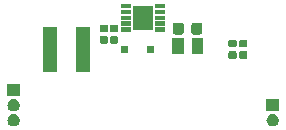
<source format=gbr>
G04 #@! TF.GenerationSoftware,KiCad,Pcbnew,(5.1.4)-1*
G04 #@! TF.CreationDate,2020-07-30T17:55:40-07:00*
G04 #@! TF.ProjectId,Kicad LED Rings,4b696361-6420-44c4-9544-2052696e6773,rev?*
G04 #@! TF.SameCoordinates,Original*
G04 #@! TF.FileFunction,Soldermask,Top*
G04 #@! TF.FilePolarity,Negative*
%FSLAX46Y46*%
G04 Gerber Fmt 4.6, Leading zero omitted, Abs format (unit mm)*
G04 Created by KiCad (PCBNEW (5.1.4)-1) date 2020-07-30 17:55:40*
%MOMM*%
%LPD*%
G04 APERTURE LIST*
%ADD10C,0.100000*%
G04 APERTURE END LIST*
D10*
G36*
X98762676Y-75306102D02*
G01*
X98861715Y-75336145D01*
X98952989Y-75384932D01*
X99032991Y-75450589D01*
X99098648Y-75530591D01*
X99147435Y-75621865D01*
X99177478Y-75720904D01*
X99187622Y-75823900D01*
X99177478Y-75926896D01*
X99147435Y-76025935D01*
X99098648Y-76117209D01*
X99032991Y-76197211D01*
X98952989Y-76262868D01*
X98861715Y-76311655D01*
X98762676Y-76341698D01*
X98685490Y-76349300D01*
X98633870Y-76349300D01*
X98556684Y-76341698D01*
X98457645Y-76311655D01*
X98366371Y-76262868D01*
X98286369Y-76197211D01*
X98220712Y-76117209D01*
X98171925Y-76025935D01*
X98141882Y-75926896D01*
X98131738Y-75823900D01*
X98141882Y-75720904D01*
X98171925Y-75621865D01*
X98220712Y-75530591D01*
X98286369Y-75450589D01*
X98366371Y-75384932D01*
X98457645Y-75336145D01*
X98556684Y-75306102D01*
X98633870Y-75298500D01*
X98685490Y-75298500D01*
X98762676Y-75306102D01*
X98762676Y-75306102D01*
G37*
G36*
X120694576Y-75305622D02*
G01*
X120793615Y-75335665D01*
X120884889Y-75384452D01*
X120964891Y-75450109D01*
X121030548Y-75530111D01*
X121079335Y-75621385D01*
X121109378Y-75720424D01*
X121119522Y-75823420D01*
X121109378Y-75926416D01*
X121079335Y-76025455D01*
X121030548Y-76116729D01*
X120964891Y-76196731D01*
X120884889Y-76262388D01*
X120793615Y-76311175D01*
X120694576Y-76341218D01*
X120617390Y-76348820D01*
X120565770Y-76348820D01*
X120488584Y-76341218D01*
X120389545Y-76311175D01*
X120298271Y-76262388D01*
X120218269Y-76196731D01*
X120152612Y-76116729D01*
X120103825Y-76025455D01*
X120073782Y-75926416D01*
X120063638Y-75823420D01*
X120073782Y-75720424D01*
X120103825Y-75621385D01*
X120152612Y-75530111D01*
X120218269Y-75450109D01*
X120298271Y-75384452D01*
X120389545Y-75335665D01*
X120488584Y-75305622D01*
X120565770Y-75298020D01*
X120617390Y-75298020D01*
X120694576Y-75305622D01*
X120694576Y-75305622D01*
G37*
G36*
X98762676Y-74036102D02*
G01*
X98861715Y-74066145D01*
X98952989Y-74114932D01*
X99032991Y-74180589D01*
X99098648Y-74260591D01*
X99147435Y-74351865D01*
X99177478Y-74450904D01*
X99187622Y-74553900D01*
X99177478Y-74656896D01*
X99147435Y-74755935D01*
X99098648Y-74847209D01*
X99032991Y-74927211D01*
X98952989Y-74992868D01*
X98861715Y-75041655D01*
X98762676Y-75071698D01*
X98685490Y-75079300D01*
X98633870Y-75079300D01*
X98556684Y-75071698D01*
X98457645Y-75041655D01*
X98366371Y-74992868D01*
X98286369Y-74927211D01*
X98220712Y-74847209D01*
X98171925Y-74755935D01*
X98141882Y-74656896D01*
X98131738Y-74553900D01*
X98141882Y-74450904D01*
X98171925Y-74351865D01*
X98220712Y-74260591D01*
X98286369Y-74180589D01*
X98366371Y-74114932D01*
X98457645Y-74066145D01*
X98556684Y-74036102D01*
X98633870Y-74028500D01*
X98685490Y-74028500D01*
X98762676Y-74036102D01*
X98762676Y-74036102D01*
G37*
G36*
X121116980Y-75078820D02*
G01*
X120066180Y-75078820D01*
X120066180Y-74028020D01*
X121116980Y-74028020D01*
X121116980Y-75078820D01*
X121116980Y-75078820D01*
G37*
G36*
X99185080Y-73809300D02*
G01*
X98134280Y-73809300D01*
X98134280Y-72758500D01*
X99185080Y-72758500D01*
X99185080Y-73809300D01*
X99185080Y-73809300D01*
G37*
G36*
X105148380Y-71714360D02*
G01*
X103903780Y-71714360D01*
X103903780Y-67955160D01*
X105148380Y-67955160D01*
X105148380Y-71714360D01*
X105148380Y-71714360D01*
G37*
G36*
X102354380Y-71714360D02*
G01*
X101109780Y-71714360D01*
X101109780Y-67955160D01*
X102354380Y-67955160D01*
X102354380Y-71714360D01*
X102354380Y-71714360D01*
G37*
G36*
X118349390Y-70002191D02*
G01*
X118374628Y-70009847D01*
X118397895Y-70022283D01*
X118418284Y-70039016D01*
X118435017Y-70059405D01*
X118447453Y-70082672D01*
X118455109Y-70107910D01*
X118457940Y-70136651D01*
X118457940Y-70502869D01*
X118455109Y-70531610D01*
X118447453Y-70556848D01*
X118435017Y-70580115D01*
X118418284Y-70600504D01*
X118397895Y-70617237D01*
X118374628Y-70629673D01*
X118349390Y-70637329D01*
X118320649Y-70640160D01*
X117904431Y-70640160D01*
X117875690Y-70637329D01*
X117850452Y-70629673D01*
X117827185Y-70617237D01*
X117806796Y-70600504D01*
X117790063Y-70580115D01*
X117777627Y-70556848D01*
X117769971Y-70531610D01*
X117767140Y-70502869D01*
X117767140Y-70136651D01*
X117769971Y-70107910D01*
X117777627Y-70082672D01*
X117790063Y-70059405D01*
X117806796Y-70039016D01*
X117827185Y-70022283D01*
X117850452Y-70009847D01*
X117875690Y-70002191D01*
X117904431Y-69999360D01*
X118320649Y-69999360D01*
X118349390Y-70002191D01*
X118349390Y-70002191D01*
G37*
G36*
X117424830Y-70002191D02*
G01*
X117450068Y-70009847D01*
X117473335Y-70022283D01*
X117493724Y-70039016D01*
X117510457Y-70059405D01*
X117522893Y-70082672D01*
X117530549Y-70107910D01*
X117533380Y-70136651D01*
X117533380Y-70502869D01*
X117530549Y-70531610D01*
X117522893Y-70556848D01*
X117510457Y-70580115D01*
X117493724Y-70600504D01*
X117473335Y-70617237D01*
X117450068Y-70629673D01*
X117424830Y-70637329D01*
X117396089Y-70640160D01*
X116979871Y-70640160D01*
X116951130Y-70637329D01*
X116925892Y-70629673D01*
X116902625Y-70617237D01*
X116882236Y-70600504D01*
X116865503Y-70580115D01*
X116853067Y-70556848D01*
X116845411Y-70531610D01*
X116842580Y-70502869D01*
X116842580Y-70136651D01*
X116845411Y-70107910D01*
X116853067Y-70082672D01*
X116865503Y-70059405D01*
X116882236Y-70039016D01*
X116902625Y-70022283D01*
X116925892Y-70009847D01*
X116951130Y-70002191D01*
X116979871Y-69999360D01*
X117396089Y-69999360D01*
X117424830Y-70002191D01*
X117424830Y-70002191D01*
G37*
G36*
X113058540Y-70205200D02*
G01*
X112077740Y-70205200D01*
X112077740Y-68834400D01*
X113058540Y-68834400D01*
X113058540Y-70205200D01*
X113058540Y-70205200D01*
G37*
G36*
X114698540Y-70205200D02*
G01*
X113717740Y-70205200D01*
X113717740Y-68834400D01*
X114698540Y-68834400D01*
X114698540Y-70205200D01*
X114698540Y-70205200D01*
G37*
G36*
X110509040Y-70133020D02*
G01*
X109958240Y-70133020D01*
X109958240Y-69582220D01*
X110509040Y-69582220D01*
X110509040Y-70133020D01*
X110509040Y-70133020D01*
G37*
G36*
X108309040Y-70133020D02*
G01*
X107758240Y-70133020D01*
X107758240Y-69582220D01*
X108309040Y-69582220D01*
X108309040Y-70133020D01*
X108309040Y-70133020D01*
G37*
G36*
X117424830Y-69032191D02*
G01*
X117450068Y-69039847D01*
X117473335Y-69052283D01*
X117493724Y-69069016D01*
X117510457Y-69089405D01*
X117522893Y-69112672D01*
X117530549Y-69137910D01*
X117533380Y-69166651D01*
X117533380Y-69532869D01*
X117530549Y-69561610D01*
X117522893Y-69586848D01*
X117510457Y-69610115D01*
X117493724Y-69630504D01*
X117473335Y-69647237D01*
X117450068Y-69659673D01*
X117424830Y-69667329D01*
X117396089Y-69670160D01*
X116979871Y-69670160D01*
X116951130Y-69667329D01*
X116925892Y-69659673D01*
X116902625Y-69647237D01*
X116882236Y-69630504D01*
X116865503Y-69610115D01*
X116853067Y-69586848D01*
X116845411Y-69561610D01*
X116842580Y-69532869D01*
X116842580Y-69166651D01*
X116845411Y-69137910D01*
X116853067Y-69112672D01*
X116865503Y-69089405D01*
X116882236Y-69069016D01*
X116902625Y-69052283D01*
X116925892Y-69039847D01*
X116951130Y-69032191D01*
X116979871Y-69029360D01*
X117396089Y-69029360D01*
X117424830Y-69032191D01*
X117424830Y-69032191D01*
G37*
G36*
X118349390Y-69032191D02*
G01*
X118374628Y-69039847D01*
X118397895Y-69052283D01*
X118418284Y-69069016D01*
X118435017Y-69089405D01*
X118447453Y-69112672D01*
X118455109Y-69137910D01*
X118457940Y-69166651D01*
X118457940Y-69532869D01*
X118455109Y-69561610D01*
X118447453Y-69586848D01*
X118435017Y-69610115D01*
X118418284Y-69630504D01*
X118397895Y-69647237D01*
X118374628Y-69659673D01*
X118349390Y-69667329D01*
X118320649Y-69670160D01*
X117904431Y-69670160D01*
X117875690Y-69667329D01*
X117850452Y-69659673D01*
X117827185Y-69647237D01*
X117806796Y-69630504D01*
X117790063Y-69610115D01*
X117777627Y-69586848D01*
X117769971Y-69561610D01*
X117767140Y-69532869D01*
X117767140Y-69166651D01*
X117769971Y-69137910D01*
X117777627Y-69112672D01*
X117790063Y-69089405D01*
X117806796Y-69069016D01*
X117827185Y-69052283D01*
X117850452Y-69039847D01*
X117875690Y-69032191D01*
X117904431Y-69029360D01*
X118320649Y-69029360D01*
X118349390Y-69032191D01*
X118349390Y-69032191D01*
G37*
G36*
X106523150Y-68709331D02*
G01*
X106548388Y-68716987D01*
X106571655Y-68729423D01*
X106592044Y-68746156D01*
X106608777Y-68766545D01*
X106621213Y-68789812D01*
X106628869Y-68815050D01*
X106631700Y-68843791D01*
X106631700Y-69210009D01*
X106628869Y-69238750D01*
X106621213Y-69263988D01*
X106608777Y-69287255D01*
X106592044Y-69307644D01*
X106571655Y-69324377D01*
X106548388Y-69336813D01*
X106523150Y-69344469D01*
X106494409Y-69347300D01*
X106078191Y-69347300D01*
X106049450Y-69344469D01*
X106024212Y-69336813D01*
X106000945Y-69324377D01*
X105980556Y-69307644D01*
X105963823Y-69287255D01*
X105951387Y-69263988D01*
X105943731Y-69238750D01*
X105940900Y-69210009D01*
X105940900Y-68843791D01*
X105943731Y-68815050D01*
X105951387Y-68789812D01*
X105963823Y-68766545D01*
X105980556Y-68746156D01*
X106000945Y-68729423D01*
X106024212Y-68716987D01*
X106049450Y-68709331D01*
X106078191Y-68706500D01*
X106494409Y-68706500D01*
X106523150Y-68709331D01*
X106523150Y-68709331D01*
G37*
G36*
X107391830Y-68709331D02*
G01*
X107417068Y-68716987D01*
X107440335Y-68729423D01*
X107460724Y-68746156D01*
X107477457Y-68766545D01*
X107489893Y-68789812D01*
X107497549Y-68815050D01*
X107500380Y-68843791D01*
X107500380Y-69210009D01*
X107497549Y-69238750D01*
X107489893Y-69263988D01*
X107477457Y-69287255D01*
X107460724Y-69307644D01*
X107440335Y-69324377D01*
X107417068Y-69336813D01*
X107391830Y-69344469D01*
X107363089Y-69347300D01*
X106946871Y-69347300D01*
X106918130Y-69344469D01*
X106892892Y-69336813D01*
X106869625Y-69324377D01*
X106849236Y-69307644D01*
X106832503Y-69287255D01*
X106820067Y-69263988D01*
X106812411Y-69238750D01*
X106809580Y-69210009D01*
X106809580Y-68843791D01*
X106812411Y-68815050D01*
X106820067Y-68789812D01*
X106832503Y-68766545D01*
X106849236Y-68746156D01*
X106869625Y-68729423D01*
X106892892Y-68716987D01*
X106918130Y-68709331D01*
X106946871Y-68706500D01*
X107363089Y-68706500D01*
X107391830Y-68709331D01*
X107391830Y-68709331D01*
G37*
G36*
X112892657Y-67580879D02*
G01*
X112931267Y-67592591D01*
X112966853Y-67611613D01*
X112998036Y-67637204D01*
X113023627Y-67668387D01*
X113042649Y-67703973D01*
X113054361Y-67742583D01*
X113058560Y-67785221D01*
X113058560Y-68368939D01*
X113054361Y-68411577D01*
X113042649Y-68450187D01*
X113023627Y-68485773D01*
X112998036Y-68516956D01*
X112966853Y-68542547D01*
X112931267Y-68561569D01*
X112892657Y-68573281D01*
X112850019Y-68577480D01*
X112341301Y-68577480D01*
X112298663Y-68573281D01*
X112260053Y-68561569D01*
X112224467Y-68542547D01*
X112193284Y-68516956D01*
X112167693Y-68485773D01*
X112148671Y-68450187D01*
X112136959Y-68411577D01*
X112132760Y-68368939D01*
X112132760Y-67785221D01*
X112136959Y-67742583D01*
X112148671Y-67703973D01*
X112167693Y-67668387D01*
X112193284Y-67637204D01*
X112224467Y-67611613D01*
X112260053Y-67592591D01*
X112298663Y-67580879D01*
X112341301Y-67576680D01*
X112850019Y-67576680D01*
X112892657Y-67580879D01*
X112892657Y-67580879D01*
G37*
G36*
X114467657Y-67580879D02*
G01*
X114506267Y-67592591D01*
X114541853Y-67611613D01*
X114573036Y-67637204D01*
X114598627Y-67668387D01*
X114617649Y-67703973D01*
X114629361Y-67742583D01*
X114633560Y-67785221D01*
X114633560Y-68368939D01*
X114629361Y-68411577D01*
X114617649Y-68450187D01*
X114598627Y-68485773D01*
X114573036Y-68516956D01*
X114541853Y-68542547D01*
X114506267Y-68561569D01*
X114467657Y-68573281D01*
X114425019Y-68577480D01*
X113916301Y-68577480D01*
X113873663Y-68573281D01*
X113835053Y-68561569D01*
X113799467Y-68542547D01*
X113768284Y-68516956D01*
X113742693Y-68485773D01*
X113723671Y-68450187D01*
X113711959Y-68411577D01*
X113707760Y-68368939D01*
X113707760Y-67785221D01*
X113711959Y-67742583D01*
X113723671Y-67703973D01*
X113742693Y-67668387D01*
X113768284Y-67637204D01*
X113799467Y-67611613D01*
X113835053Y-67592591D01*
X113873663Y-67580879D01*
X113916301Y-67576680D01*
X114425019Y-67576680D01*
X114467657Y-67580879D01*
X114467657Y-67580879D01*
G37*
G36*
X107391830Y-67739331D02*
G01*
X107417068Y-67746987D01*
X107440335Y-67759423D01*
X107460724Y-67776156D01*
X107477457Y-67796545D01*
X107489893Y-67819812D01*
X107497549Y-67845050D01*
X107500380Y-67873791D01*
X107500380Y-68240009D01*
X107497549Y-68268750D01*
X107489893Y-68293988D01*
X107477457Y-68317255D01*
X107460724Y-68337644D01*
X107440335Y-68354377D01*
X107417068Y-68366813D01*
X107391830Y-68374469D01*
X107363089Y-68377300D01*
X106946871Y-68377300D01*
X106918130Y-68374469D01*
X106892892Y-68366813D01*
X106869625Y-68354377D01*
X106849236Y-68337644D01*
X106832503Y-68317255D01*
X106820067Y-68293988D01*
X106812411Y-68268750D01*
X106809580Y-68240009D01*
X106809580Y-67873791D01*
X106812411Y-67845050D01*
X106820067Y-67819812D01*
X106832503Y-67796545D01*
X106849236Y-67776156D01*
X106869625Y-67759423D01*
X106892892Y-67746987D01*
X106918130Y-67739331D01*
X106946871Y-67736500D01*
X107363089Y-67736500D01*
X107391830Y-67739331D01*
X107391830Y-67739331D01*
G37*
G36*
X106523150Y-67739331D02*
G01*
X106548388Y-67746987D01*
X106571655Y-67759423D01*
X106592044Y-67776156D01*
X106608777Y-67796545D01*
X106621213Y-67819812D01*
X106628869Y-67845050D01*
X106631700Y-67873791D01*
X106631700Y-68240009D01*
X106628869Y-68268750D01*
X106621213Y-68293988D01*
X106608777Y-68317255D01*
X106592044Y-68337644D01*
X106571655Y-68354377D01*
X106548388Y-68366813D01*
X106523150Y-68374469D01*
X106494409Y-68377300D01*
X106078191Y-68377300D01*
X106049450Y-68374469D01*
X106024212Y-68366813D01*
X106000945Y-68354377D01*
X105980556Y-68337644D01*
X105963823Y-68317255D01*
X105951387Y-68293988D01*
X105943731Y-68268750D01*
X105940900Y-68240009D01*
X105940900Y-67873791D01*
X105943731Y-67845050D01*
X105951387Y-67819812D01*
X105963823Y-67796545D01*
X105980556Y-67776156D01*
X106000945Y-67759423D01*
X106024212Y-67746987D01*
X106049450Y-67739331D01*
X106078191Y-67736500D01*
X106494409Y-67736500D01*
X106523150Y-67739331D01*
X106523150Y-67739331D01*
G37*
G36*
X108610400Y-68330321D02*
G01*
X107746800Y-68330321D01*
X107746800Y-67974721D01*
X108610400Y-67974721D01*
X108610400Y-68330321D01*
X108610400Y-68330321D01*
G37*
G36*
X111506000Y-68330321D02*
G01*
X110642400Y-68330321D01*
X110642400Y-67974721D01*
X111506000Y-67974721D01*
X111506000Y-68330321D01*
X111506000Y-68330321D01*
G37*
G36*
X110451900Y-68181220D02*
G01*
X108800900Y-68181220D01*
X108800900Y-66123820D01*
X110451900Y-66123820D01*
X110451900Y-68181220D01*
X110451900Y-68181220D01*
G37*
G36*
X108610400Y-67830319D02*
G01*
X107746800Y-67830319D01*
X107746800Y-67474719D01*
X108610400Y-67474719D01*
X108610400Y-67830319D01*
X108610400Y-67830319D01*
G37*
G36*
X111506000Y-67830319D02*
G01*
X110642400Y-67830319D01*
X110642400Y-67474719D01*
X111506000Y-67474719D01*
X111506000Y-67830319D01*
X111506000Y-67830319D01*
G37*
G36*
X108610400Y-67330320D02*
G01*
X107746800Y-67330320D01*
X107746800Y-66974720D01*
X108610400Y-66974720D01*
X108610400Y-67330320D01*
X108610400Y-67330320D01*
G37*
G36*
X111506000Y-67330320D02*
G01*
X110642400Y-67330320D01*
X110642400Y-66974720D01*
X111506000Y-66974720D01*
X111506000Y-67330320D01*
X111506000Y-67330320D01*
G37*
G36*
X108610400Y-66830321D02*
G01*
X107746800Y-66830321D01*
X107746800Y-66474721D01*
X108610400Y-66474721D01*
X108610400Y-66830321D01*
X108610400Y-66830321D01*
G37*
G36*
X111506000Y-66830321D02*
G01*
X110642400Y-66830321D01*
X110642400Y-66474721D01*
X111506000Y-66474721D01*
X111506000Y-66830321D01*
X111506000Y-66830321D01*
G37*
G36*
X111506000Y-66330319D02*
G01*
X110642400Y-66330319D01*
X110642400Y-65974719D01*
X111506000Y-65974719D01*
X111506000Y-66330319D01*
X111506000Y-66330319D01*
G37*
G36*
X108610400Y-66330319D02*
G01*
X107746800Y-66330319D01*
X107746800Y-65974719D01*
X108610400Y-65974719D01*
X108610400Y-66330319D01*
X108610400Y-66330319D01*
G37*
M02*

</source>
